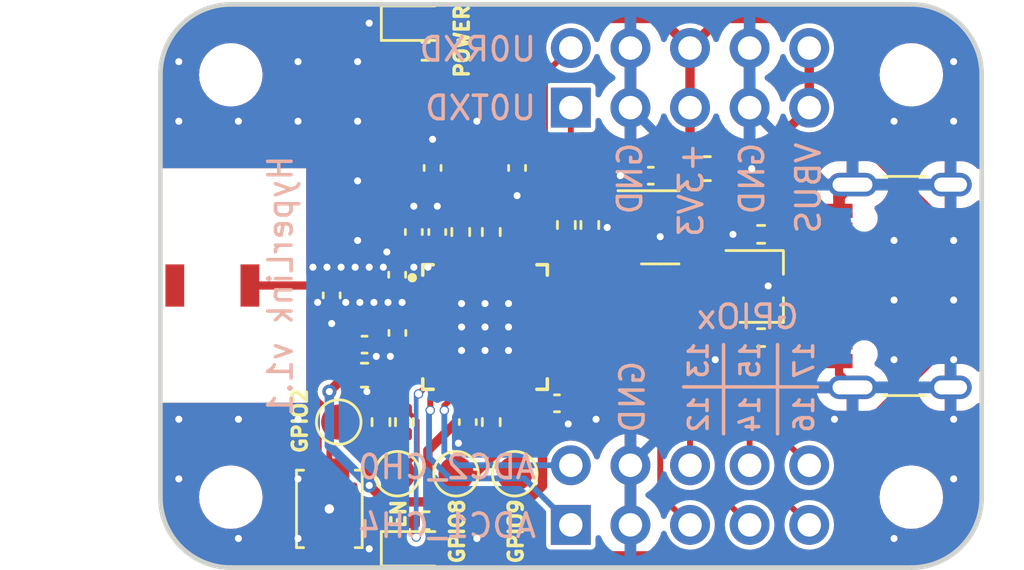
<source format=kicad_pcb>
(kicad_pcb (version 20221018) (generator pcbnew)
  (layers (0 "F.Cu" signal) (31 "B.Cu" signal) (34 "B.Paste" user) (35 "F.Paste" user) (36 "B.SilkS" user "B.Silkscreen") (37 "F.SilkS" user "F.Silkscreen") (38 "B.Mask" user) (39 "F.Mask" user) (44 "Edge.Cuts" user))
  (net 0 "")
  (net 1 "+3V3")
  (net 4 "VBUS")
  (net 5 "GND")
  (net 11 "/USB_D-")
  (net 12 "/USB_D+")
  (net 14 "/GPIO9")
  (net 15 "/GPIO2")
  (net 16 "/EN")
  (net 17 "/RF")
  (net 18 "/ANT")
  (net 19 "/GPIO8")
  (net 20 "/XTAL_P")
  (net 21 "/XTAL_N")
  (net 22 "/XTAL_P_RES")
  (net 23 "/VDD3P3")
  (net 24 "/U0RXD")
  (net 25 "/U0TXD")
  (net 26 "/GPIO12")
  (net 27 "/GPIO13")
  (net 28 "/GPIO14")
  (net 29 "/GPIO15")
  (net 30 "/GPIO16")
  (net 31 "/GPIO17")
  (net 32 "/ADC1_CH4")
  (net 33 "/ADC2_CH0")
  (net 34 "/U0TXD_RES")
  (net 35 "/CC1")
  (net 36 "/CC2")
  (net 38 "/LDO_EN")
  (net 39 "/STATUS_LED_RES")
  (net 40 "/POWER_LED_RES")
  (net 41 "/STATUS_LED")
  (footprint "Package_TO_SOT_SMD:SOT-23-5" (layer "F.Cu") (at 140.3 79.5)
    (fp_text reference "U3" hide)
    (fp_text value "MIC5504-3.3YM5" hide)
  )
  (footprint "Resistor_SMD:R_0402_1005Metric" (layer "F.Cu") (at 144.6 79.8 180)
    (fp_text reference "R7" hide)
    (fp_text value "5k1" hide)
  )
  (footprint "TestPoint:TestPoint_Pad_D1.5mm" (layer "F.Cu") (at 126.6 87.8)
    (fp_text reference "TP4" hide)
    (fp_text value "GPIO2" hide)
  )
  (footprint "MountingHole:MountingHole_2.2mm_M2" (layer "F.Cu") (at 122 73)
    (fp_text reference "H3" hide)
    (fp_text value "MountingHole" hide)
  )
  (footprint "Resistor_SMD:R_0402_1005Metric" (layer "F.Cu") (at 129.4 87.8 90)
    (fp_text reference "R4" hide)
    (fp_text value "10k" hide)
  )
  (footprint "Capacitor_SMD:C_0402_1005Metric" (layer "F.Cu") (at 135.9 87)
    (fp_text reference "C2" hide)
    (fp_text value "100n" hide)
  )
  (footprint "MountingHole:MountingHole_2.2mm_M2" (layer "F.Cu") (at 151 73)
    (fp_text reference "H2" hide)
    (fp_text value "MountingHole" hide)
  )
  (footprint "Resistor_SMD:R_0402_1005Metric" (layer "F.Cu") (at 144.6 84.2 180)
    (fp_text reference "R8" hide)
    (fp_text value "5k1" hide)
  )
  (footprint "Capacitor_SMD:C_0402_1005Metric" (layer "F.Cu") (at 130.6 76.970999 90)
    (fp_text reference "C5" hide)
    (fp_text value "10p" hide)
  )
  (footprint "Resistor_SMD:R_0402_1005Metric" (layer "F.Cu") (at 136.3 79.4 -90)
    (fp_text reference "R1" hide)
    (fp_text value "1k5" hide)
  )
  (footprint "Capacitor_SMD:C_0603_1608Metric" (layer "F.Cu") (at 142.3 77)
    (fp_text reference "C7" hide)
    (fp_text value "10u" hide)
  )
  (footprint "TestPoint:TestPoint_Pad_D1.5mm" (layer "F.Cu") (at 134.1 90)
    (fp_text reference "TP2" hide)
    (fp_text value "GPIO9" hide)
  )
  (footprint "Capacitor_SMD:C_0603_1608Metric" (layer "F.Cu") (at 127.7 85.8)
    (fp_text reference "C18" hide)
    (fp_text value "10u" hide)
  )
  (footprint "Connector_USB:USB_C_Receptacle_GCT_USB4105-xx-A_16P_TopMnt_Horizontal" (layer "F.Cu") (at 151.6 82 90)
    (fp_text reference "J1" hide)
    (fp_text value "USB_C_Receptacle_USB2.0" hide)
  )
  (footprint "Capacitor_SMD:C_0402_1005Metric" (layer "F.Cu") (at 126.3 82.4 -90)
    (fp_text reference "C14" hide)
    (fp_text value "4p" hide)
  )
  (footprint "Capacitor_SMD:C_0402_1005Metric" (layer "F.Cu") (at 130.8 79.7 90)
    (fp_text reference "C4" hide)
    (fp_text value "1u" hide)
  )
  (footprint "Capacitor_SMD:C_0402_1005Metric" (layer "F.Cu") (at 129.09 81.52 90)
    (fp_text reference "C1" hide)
    (fp_text value "4.7p" hide)
  )
  (footprint "Inductor_SMD:L_0402_1005Metric" (layer "F.Cu") (at 127.7 81.95)
    (fp_text reference "L1" hide)
    (fp_text value "1.8nH" hide)
  )
  (footprint "Capacitor_SMD:C_0402_1005Metric" (layer "F.Cu") (at 134.2 76.970999 -90)
    (fp_text reference "C6" hide)
    (fp_text value "10p" hide)
  )
  (footprint "Inductor_SMD:L_0402_1005Metric" (layer "F.Cu") (at 127.7 83.5)
    (fp_text reference "L2" hide)
    (fp_text value "2n" hide)
  )
  (footprint "TestPoint:TestPoint_Pad_D1.5mm" (layer "F.Cu") (at 131.6 90)
    (fp_text reference "TP3" hide)
    (fp_text value "GPIO8" hide)
  )
  (footprint "Resistor_SMD:R_0402_1005Metric" (layer "F.Cu") (at 137.3 79.4 90)
    (fp_text reference "R10" hide)
    (fp_text value "10k" hide)
  )
  (footprint "Capacitor_SMD:C_0402_1005Metric" (layer "F.Cu") (at 129.1 84 -90)
    (fp_text reference "C15" hide)
    (fp_text value "100n" hide)
  )
  (footprint "MountingHole:MountingHole_2.2mm_M2" (layer "F.Cu") (at 151 91)
    (fp_text reference "H1" hide)
    (fp_text value "MountingHole" hide)
  )
  (footprint "Connector_PinHeader_2.54mm:PinHeader_2x05_P2.54mm_Vertical" (layer "F.Cu") (at 136.49 92.18 90)
    (fp_text reference "J2" hide)
    (fp_text value "Conn_02x05_Odd_Even" hide)
  )
  (footprint "Connector_PinHeader_2.54mm:PinHeader_2x05_P2.54mm_Vertical" (layer "F.Cu") (at 136.49 74.4 90)
    (fp_text reference "J3" hide)
    (fp_text value "Conn_02x05_Odd_Even" hide)
  )
  (footprint "Capacitor_SMD:C_0402_1005Metric" (layer "F.Cu") (at 129.8 79.7 90)
    (fp_text reference "C3" hide)
    (fp_text value "10n" hide)
  )
  (footprint "Resistor_SMD:R_0402_1005Metric" (layer "F.Cu") (at 133.1 87.8 90)
    (fp_text reference "R2" hide)
    (fp_text value "10k" hide)
  )
  (footprint "Capacitor_SMD:C_0402_1005Metric" (layer "F.Cu") (at 139.9 77.3 180)
    (fp_text reference "C12" hide)
    (fp_text value "1u" hide)
  )
  (footprint "Resistor_SMD:R_0402_1005Metric" (layer "F.Cu") (at 128.4 87.8 90)
    (fp_text reference "R3" hide)
    (fp_text value "10k" hide)
  )
  (footprint "Resistor_SMD:R_0402_1005Metric" (layer "F.Cu") (at 131.8 79.7 -90)
    (fp_text reference "R6" hide)
    (fp_text value "0R" hide)
  )
  (footprint "Resistor_SMD:R_0402_1005Metric" (layer "F.Cu") (at 130.3 72)
    (fp_text reference "R12" hide)
    (fp_text value "1k" hide)
  )
  (footprint "encyclopedia_galactica:ABM11W-30.0000MHZ-7-D1X-T3" (layer "F.Cu") (at 132.400001 77.150999 180)
    (fp_text reference "Y1" hide)
    (fp_text value "ABM11W-40.0000MHZ-8-B1U-T3" hide)
  )
  (footprint "Capacitor_SMD:C_0402_1005Metric" (layer "F.Cu") (at 132.1 87.8 -90)
    (fp_text reference "C17" hide)
    (fp_text value "100n" hide)
  )
  (footprint "Resistor_SMD:R_0402_1005Metric" (layer "F.Cu") (at 130.3 92)
    (fp_text reference "R11" hide)
    (fp_text value "1k" hide)
  )
  (footprint "LED_SMD:LED_0603_1608Metric" (layer "F.Cu") (at 129.9 70.8)
    (fp_text reference "D2" hide)
    (fp_text value "LED" hide)
  )
  (footprint "MountingHole:MountingHole_2.2mm_M2" (layer "F.Cu") (at 122 91)
    (fp_text reference "H4" hide)
    (fp_text value "MountingHole" hide)
  )
  (footprint "Package_TO_SOT_SMD:TSOT-23" (layer "F.Cu") (at 144.6 82)
    (fp_text reference "U2" hide)
    (fp_text value "PESD2USB5UXT" hide)
  )
  (footprint "LED_SMD:LED_0603_1608Metric" (layer "F.Cu") (at 129.9 93.2)
    (fp_text reference "D1" hide)
    (fp_text value "LED" hide)
  )
  (footprint "encyclopedia_galactica:QFN32_5X5_EXP" (layer "F.Cu") (at 132.834851 83.7487)
    (fp_text reference "U1" hide)
    (fp_text value "ESP32-C3" hide)
  )
  (footprint "Capacitor_SMD:C_0402_1005Metric" (layer "F.Cu") (at 127.7 84.5)
    (fp_text reference "C16" hide)
    (fp_text value "100n" hide)
  )
  (footprint "TestPoint:TestPoint_Pad_D1.5mm" (layer "F.Cu") (at 129.1 90)
    (fp_text reference "TP1" hide)
    (fp_text value "EN" hide)
  )
  (footprint "Button_Switch_SMD:SW_SPST_B3U-1000P" (layer "F.Cu") (at 126.2 91.5 90)
    (fp_text reference "SW1" hide)
    (fp_text value "SW_Push" hide)
  )
  (footprint "encyclopedia_galactica:2108838-1" (layer "F.Cu") (at 118.715 81.98)
    (fp_text reference "AE1" hide)
    (fp_text value "2108838-1" hide)
  )
  (footprint "Resistor_SMD:R_0402_1005Metric" (layer "F.Cu") (at 133.1 79.7 -90)
    (fp_text reference "R5" hide)
    (fp_text value "500R" hide)
  )
  (gr_line (start 143 84.5) (end 143 88.3) (stroke (width 0.15)) (layer "B.SilkS"))
  (gr_line (start 145.3 84.5) (end 145.3 88.3) (stroke (width 0.15)) (layer "B.SilkS"))
  (gr_line (start 141.3 86.3) (end 147 86.3) (stroke (width 0.15)) (layer "B.SilkS"))
  (gr_line locked (start 122.000001 94) (end 151 94) (stroke (width 0.2)) (layer "Edge.Cuts"))
  (gr_arc locked (start 154.000002 91.000001) (mid 153.121322 93.121321) (end 151.000002 94.000001) (stroke (width 0.2)) (layer "Edge.Cuts"))
  (gr_line locked (start 119.000001 72.999999) (end 119 91) (stroke (width 0.2)) (layer "Edge.Cuts"))
  (gr_arc locked (start 151.000002 69.999999) (mid 153.121321 70.878679) (end 154.000002 72.999999) (stroke (width 0.2)) (layer "Edge.Cuts"))
  (gr_arc locked (start 122 94.000001) (mid 119.878673 93.121322) (end 119 91.000001) (stroke (width 0.2)) (layer "Edge.Cuts"))
  (gr_line locked (start 154.000003 73) (end 154.000002 91.000001) (stroke (width 0.2)) (layer "Edge.Cuts"))
  (gr_arc locked (start 119.000001 73) (mid 119.878674 70.878667) (end 122.000001 70) (stroke (width 0.2)) (layer "Edge.Cuts"))
  (gr_line locked (start 122.000001 70) (end 151 70) (stroke (width 0.2)) (layer "Edge.Cuts"))
  (gr_text "ADC1_CH4" (at 135.1 92.8) (layer "B.SilkS") (effects (font (size 1 1)) (justify left bottom mirror)))
  (gr_text "GND" (at 139.6 75.8 90) (layer "B.SilkS") (effects (font (size 1 1)) (justify left bottom mirror)))
  (gr_text "12" (at 142.4 86.6 90) (layer "B.SilkS") (effects (font (size 0.8 0.8)) (justify left bottom mirror)))
  (gr_text "GPIOx" (at 146.3 83.9) (layer "B.SilkS") (effects (font (size 1 1)) (justify left bottom mirror)))
  (gr_text "HyperLink v1.1" (at 124.7 76.35 90) (layer "B.SilkS") (effects (font (size 1 1)) (justify left bottom mirror)))
  (gr_text "17" (at 146.9 84.3 90) (layer "B.SilkS") (effects (font (size 0.8 0.8)) (justify left bottom mirror)))
  (gr_text "15" (at 144.6 84.3 90) (layer "B.SilkS") (effects (font (size 0.8 0.8)) (justify left bottom mirror)))
  (gr_text "13" (at 142.4 84.3 90) (layer "B.SilkS") (effects (font (size 0.8 0.8)) (justify left bottom mirror)))
  (gr_text "U0TXD" (at 135.1 75) (layer "B.SilkS") (effects (font (size 1 1)) (justify left bottom mirror)))
  (gr_text "16" (at 146.9 86.6 90) (layer "B.SilkS") (effects (font (size 0.8 0.8)) (justify left bottom mirror)))
  (gr_text "VBUS" (at 147.2 75.8 90) (layer "B.SilkS") (effects (font (size 1 1)) (justify left bottom mirror)))
  (gr_text "+3V3" (at 142.2 75.8 90) (layer "B.SilkS") (effects (font (size 1 1)) (justify left bottom mirror)))
  (gr_text "ADC2_CH0" (at 135.1 90.3) (layer "B.SilkS") (effects (font (size 1 1)) (justify left bottom mirror)))
  (gr_text "U0RXD" (at 135.1 72.5) (layer "B.SilkS") (effects (font (size 1 1)) (justify left bottom mirror)))
  (gr_text "GND" (at 139.7 85.1 90) (layer "B.SilkS") (effects (font (size 1 1)) (justify left bottom mirror)))
  (gr_text "14" (at 144.6 86.6 90) (layer "B.SilkS") (effects (font (size 0.8 0.8)) (justify left bottom mirror)))
  (gr_text "GND" (at 144.8 75.8 90) (layer "B.SilkS") (effects (font (size 1 1)) (justify left bottom mirror)))
  (gr_text "GPIO9" (at 134.5 93.9 90) (layer "F.SilkS") (effects (font (size 0.6 0.6)) (justify left bottom)))
  (gr_text "GPIO2" (at 125.3 89.2 90) (layer "F.SilkS") (effects (font (size 0.6 0.6)) (justify left bottom)))
  (gr_text "POWER" (at 132.2 73.2 90) (layer "F.SilkS") (effects (font (size 0.6 0.6)) (justify left bottom)))
  (gr_text "GPIO8" (at 132 93.9 90) (layer "F.SilkS") (effects (font (size 0.6 0.6)) (justify left bottom)))
  (gr_text "EN" (at 129.5 92.4 90) (layer "F.SilkS") (effects (font (size 0.6 0.6)) (justify left bottom)))
  (segment (start 132.11 87.32) (end 132.1 87.32) (width 0.4) (layer "F.Cu") (net 1))
  (segment (start 142.83 70.6) (end 147.325 70.6) (width 0.4) (layer "F.Cu") (net 1))
  (segment (start 131.584851 80.964851) (end 131.084852 80.464852) (width 0.25) (layer "F.Cu") (net 1))
  (segment (start 133.183367 70.6) (end 140.31 70.6) (width 0.4) (layer "F.Cu") (net 1))
  (segment (start 128.963 74.820368) (end 130.591684 73.191684) (width 0.4) (layer "F.Cu") (net 1))
  (segment (start 135.283551 90.516449) (end 133.878 91.922) (width 0.4) (layer "F.Cu") (net 1))
  (segment (start 130.591684 73.191684) (end 133.183367 70.6) (width 0.4) (layer "F.Cu") (net 1))
  (segment (start 129.8 80.18) (end 129.528529 80.18) (width 0.4) (layer "F.Cu") (net 1))
  (segment (start 126.9 85.8) (end 126.925 85.8) (width 0.4) (layer "F.Cu") (net 1))
  (segment (start 128.963 79.614471) (end 128.963 74.820368) (width 0.4) (layer "F.Cu") (net 1))
  (segment (start 130.4 89.009562) (end 130.4 91.2) (width 0.4) (layer "F.Cu") (net 1))
  (segment (start 126.2 86.5) (end 126.9 85.8) (width 0.4) (layer "F.Cu") (net 1))
  (segment (start 127.22 84.5) (end 127.22 85.505) (width 0.4) (layer "F.Cu") (net 1))
  (segment (start 141.4375 78.55) (end 141.57 78.4175) (width 0.4) (layer "F.Cu") (net 1))
  (segment (start 129.79 72.39) (end 130.591684 73.191684) (width 0.4) (layer "F.Cu") (net 1))
  (segment (start 141.025 76.5) (end 141.525 77) (width 0.4) (layer "F.Cu") (net 1))
  (segment (start 131.584851 81.3) (end 131.584851 80.964851) (width 0.25) (layer "F.Cu") (net 1))
  (segment (start 127.22 85.505) (end 126.925 85.8) (width 0.4) (layer "F.Cu") (net 1))
  (segment (start 147.325 70.6) (end 148.2 71.475) (width 0.4) (layer "F.Cu") (net 1))
  (segment (start 140.31 70.6) (end 141.57 71.86) (width 0.4) (layer "F.Cu") (net 1))
  (segment (start 148.2 92.5) (end 147.2 93.5) (width 0.4) (layer "F.Cu") (net 1))
  (segment (start 135.283551 85.498699) (end 135.283551 90.516449) (width 0.4) (layer "F.Cu") (net 1))
  (segment (start 148.2 71.475) (end 148.2 75.2) (width 0.4) (layer "F.Cu") (net 1))
  (segment (start 131.084852 80.464852) (end 130.8 80.18) (width 0.25) (layer "F.Cu") (net 1))
  (segment (start 127.9 90.5) (end 127.9 88.81) (width 0.4) (layer "F.Cu") (net 1))
  (segment (start 147.2 93.5) (end 135.456 93.5) (width 0.4) (layer "F.Cu") (net 1))
  (segment (start 127.9 90.5) (end 128.6 91.2) (width 0.4) (layer "F.Cu") (net 1))
  (segment (start 141.57 78.4175) (end 141.57 74.4) (width 0.4) (layer "F.Cu") (net 1))
  (segment (start 132.08485 86.1974) (end 132.08485 87.30485) (width 0.25) (layer "F.Cu") (net 1))
  (segment (start 133.878 91.922) (end 133.156 91.2) (width 0.4) (layer "F.Cu") (net 1))
  (segment (start 141.57 71.86) (end 142.83 70.6) (width 0.4) (layer "F.Cu") (net 1))
  (segment (start 151.7 78.7) (end 151.7 85.3) (width 0.4) (layer "F.Cu") (net 1))
  (segment (start 151.7 85.3) (end 148.2 88.8) (width 0.4) (layer "F.Cu") (net 1))
  (segment (start 141.57 74.4) (end 141.57 71.86) (width 0.4) (layer "F.Cu") (net 1))
  (segment (start 128.6 91.2) (end 130.4 91.2) (width 0.4) (layer "F.Cu") (net 1))
  (segment (start 131.084852 81.3) (end 131.084852 80.464852) (width 0.25) (layer "F.Cu") (net 1))
  (segment (start 129.528529 80.18) (end 128.963 79.614471) (width 0.4) (layer "F.Cu") (net 1))
  (segment (start 133.156 91.2) (end 130.4 91.2) (width 0.4) (layer "F.Cu") (net 1))
  (segment (start 130.8 80.18) (end 129.8 80.18) (width 0.4) (layer "F.Cu") (net 1))
  (segment (start 129.4 88.31) (end 128.4 88.31) (width 0.4) (layer "F.Cu") (net 1))
  (segment (start 138.513288 76.5) (end 141.025 76.5) (width 0.4) (layer "F.Cu") (net 1))
  (segment (start 136.3 78.713288) (end 138.513288 76.5) (width 0.4) (layer "F.Cu") (net 1))
  (segment (start 127.215 84.495) (end 127.22 84.5) (width 0.4) (layer "F.Cu") (net 1))
  (segment (start 133.1 88.31) (end 132.11 87.32) (width 0.4) (layer "F.Cu") (net 1))
  (segment (start 132.08485 87.30485) (end 132.1 87.32) (width 0.25) (layer "F.Cu") (net 1))
  (segment (start 132.1 87.32) (end 132.089562 87.32) (width 0.4) (layer "F.Cu") (net 1))
  (segment (start 136.3 78.89) (end 136.3 78.713288) (width 0.4) (layer "F.Cu") (net 1))
  (segment (start 135.456 93.5) (end 133.878 91.922) (width 0.4) (layer "F.Cu") (net 1))
  (segment (start 127.9 88.81) (end 128.4 88.31) (width 0.4) (layer "F.Cu") (net 1))
  (segment (start 148.2 75.2) (end 151.7 78.7) (width 0.4) (layer "F.Cu") (net 1))
  (segment (start 148.2 88.8) (end 148.2 92.5) (width 0.4) (layer "F.Cu") (net 1))
  (segment (start 127.215 83.5) (end 127.215 84.495) (width 0.4) (layer "F.Cu") (net 1))
  (segment (start 132.089562 87.32) (end 130.4 89.009562) (width 0.4) (layer "F.Cu") (net 1))
  (segment (start 129.79 72) (end 129.79 72.39) (width 0.4) (layer "F.Cu") (net 1))
  (via (at 126.2 86.5) (size 0.6) (drill 0.3) (layers "F.Cu" "B.Cu") (net 1))
  (via (at 127.9 90.5) (size 0.6) (drill 0.3) (layers "F.Cu" "B.Cu") (net 1))
  (segment (start 127.9 90.5) (end 126.2 88.8) (width 0.4) (layer "B.Cu") (net 1))
  (segment (start 126.2 88.8) (end 126.2 86.5) (width 0.4) (layer "B.Cu") (net 1))
  (segment (start 147.92 84.4) (end 148.42434 84.4) (width 0.35) (layer "F.Cu") (net 4))
  (segment (start 149.597 80.77266) (end 148.42434 79.6) (width 0.35) (layer "F.Cu") (net 4))
  (segment (start 148.42434 84.4) (end 149.597 83.22734) (width 0.35) (layer "F.Cu") (net 4))
  (segment (start 145.452 75.598) (end 145.452 79.152) (width 0.4) (layer "F.Cu") (net 4))
  (segment (start 145.9 79.6) (end 145.452 79.152) (width 0.35) (layer "F.Cu") (net 4))
  (segment (start 140.132112 78.55) (end 139.1625 78.55) (width 0.35) (layer "F.Cu") (net 4))
  (segment (start 147.92 79.6) (end 145.9 79.6) (width 0.35) (layer "F.Cu") (net 4))
  (segment (start 149.597 83.22734) (end 149.597 80.77266) (width 0.35) (layer "F.Cu") (net 4))
  (segment (start 148.42434 79.6) (end 147.92 79.6) (width 0.35) (layer "F.Cu") (net 4))
  (segment (start 137.64 78.55) (end 139.1625 78.55) (width 0.25) (layer "F.Cu") (net 4))
  (segment (start 146.65 74.4) (end 146.65 71.86) (width 0.4) (layer "F.Cu") (net 4))
  (segment (start 137.3 78.89) (end 137.64 78.55) (width 0.25) (layer "F.Cu") (net 4))
  (segment (start 145.452 79.152) (end 140.734112 79.152) (width 0.35) (layer "F.Cu") (net 4))
  (segment (start 140.734112 79.152) (end 140.132112 78.55) (width 0.35) (layer "F.Cu") (net 4))
  (segment (start 140.38 77.3) (end 140.38 78.302112) (width 0.35) (layer "F.Cu") (net 4))
  (segment (start 140.38 78.302112) (end 140.132112 78.55) (width 0.35) (layer "F.Cu") (net 4))
  (segment (start 146.65 74.4) (end 145.452 75.598) (width 0.4) (layer "F.Cu") (net 4))
  (segment (start 147.92 78.8) (end 147.92 78.255) (width 0.4) (layer "F.Cu") (net 5))
  (segment (start 144.9 82) (end 145.91 82) (width 0.25) (layer "F.Cu") (net 5))
  (segment (start 147.92 85.745) (end 148.495 86.32) (width 0.35) (layer "F.Cu") (net 5))
  (segment (start 147.92 85.2) (end 147.92 85.745) (width 0.35) (layer "F.Cu") (net 5))
  (segment (start 128.65 80.55) (end 129.09 80.99) (width 0.4) (layer "F.Cu") (net 5))
  (segment (start 144.09 84.2) (end 145.09 85.2) (width 0.25) (layer "F.Cu") (net 5))
  (segment (start 139.42 77.3) (end 138.6 77.3) (width 0.4) (layer "F.Cu") (net 5))
  (segment (start 129.09 80.99) (end 129.09 81.04) (width 0.4) (layer "F.Cu") (net 5))
  (segment (start 128.799503 84.780497) (end 129.1 84.48) (width 0.25) (layer "F.Cu") (net 5))
  (segment (start 136.38 87) (end 136.38 87.88) (width 0.25) (layer "F.Cu") (net 5))
  (segment (start 131.7 88.7) (end 132.1 88.3) (width 0.4) (layer "F.Cu") (net 5))
  (segment (start 131.590001 76.490999) (end 131.763001 76.663999) (width 0.2) (layer "F.Cu") (net 5))
  (segment (start 130.6 75.750999) (end 130.6 76.490999) (width 0.25) (layer "F.Cu") (net 5))
  (segment (start 130.6 76.490999) (end 131.590001 76.490999) (width 0.2) (layer "F.Cu") (net 5))
  (segment (start 128.2 84.52) (end 128.18 84.5) (width 0.25) (layer "F.Cu") (net 5))
  (segment (start 126.2 93.2) (end 126.2 91.5) (width 0.4) (layer "F.Cu") (net 5))
  (segment (start 143.4 79.8) (end 144.09 79.8) (width 0.4) (layer "F.Cu") (net 5))
  (segment (start 128.2 85) (end 128.2 84.52) (width 0.25) (layer "F.Cu") (net 5))
  (segment (start 138.046557 79.5) (end 139.1625 79.5) (width 0.4) (layer "F.Cu") (net 5))
  (segment (start 134.2 78.150999) (end 134.2 77.450999) (width 0.25) (layer "F.Cu") (net 5))
  (segment (start 133.224001 77.450999) (end 133.037001 77.637999) (width 0.2) (layer "F.Cu") (net 5))
  (segment (start 139.9 79.5) (end 139.1625 79.5) (width 0.4) (layer "F.Cu") (net 5))
  (segment (start 145.09 85.2) (end 147.92 85.2) (width 0.25) (layer "F.Cu") (net 5))
  (segment (start 128.475 85.825) (end 128.475 85.8) (width 0.4) (layer "F.Cu") (net 5))
  (segment (start 129.8 78.6) (end 129.8 79.22) (width 0.25) (layer "F.Cu") (net 5))
  (segment (start 144.2 77) (end 143.075 77) (width 0.4) (layer "F.Cu") (net 5))
  (segment (start 140.3 79.9) (end 139.9 79.5) (width 0.4) (layer "F.Cu") (net 5))
  (segment (start 129.1125 93.2) (end 128 93.2) (width 0.25) (layer "F.Cu") (net 5))
  (segment (start 126.3 82.88) (end 126.3 83.6) (width 0.4) (layer "F.Cu") (net 5))
  (segment (start 127.8 86.5) (end 128.475 85.825) (width 0.4) (layer "F.Cu") (net 5))
  (segment (start 147.92 78.255) (end 148.495 77.68) (width 0.4) (layer "F.Cu") (net 5))
  (segment (start 134.2 77.450999) (end 133.224001 77.450999) (width 0.2) (layer "F.Cu") (net 5))
  (segment (start 129.1125 70.8) (end 128 70.8) (width 0.25) (layer "F.Cu") (net 5))
  (segment (start 130.8 78.6) (end 130.8 79.22) (width 0.25) (layer "F.Cu") (net 5))
  (segment (start 138.040639 79.505918) (end 138.046557 79.5) (width 0.4) (layer "F.Cu") (net 5))
  (segment (start 132.1 88.3) (end 132.1 88.28) (width 0.4) (layer "F.Cu") (net 5))
  (segment (start 128.799503 85) (end 128.799503 84.780497) (width 0.25) (layer "F.Cu") (net 5))
  (via (at 150.265 85.139999) (size 0.4) (drill 0.3) (layers "F.Cu" "B.Cu") (net 5))
  (via (at 152.805 72.439999) (size 0.4) (drill 0.3) (layers "F.Cu" "B.Cu") (net 5))
  (via (at 130.4 81.2) (size 0.4) (drill 0.3) (layers "F.Cu" "B.Cu") (net 5))
  (via (at 128.65 80.55) (size 0.4) (drill 0.3) (layers "F.Cu" "B.Cu") (net 5))
  (via (at 126.9 82.7) (size 0.4) (drill 0.3) (layers "F.Cu" "B.Cu") (net 5))
  (via (at 150.265 74.979999) (size 0.4) (drill 0.3) (layers "F.Cu" "B.Cu") (net 5))
  (via (at 137.565 87.679999) (size 0.4) (drill 0.3) (layers "F.Cu" "B.Cu") (net 5))
  (via (at 124.865 74.979999) (size 0.4) (drill 0.3) (layers "F.Cu" "B.Cu") (net 5))
  (via (at 119.785 72.439999) (size 0.4) (drill 0.3) (layers "F.Cu" "B.Cu") (net 5))
  (via (at 138.6 77.3) (size 0.6) (drill 0.3) (layers "F.Cu" "B.Cu") (net 5))
  (via (at 119.785 90.219999) (size 0.4) (drill 0.3) (layers "F.Cu" "B.Cu") (net 5))
  (via (at 129.8 81.2) (size 0.4) (drill 0.3) (layers "F.Cu" "B.Cu") (net 5))
  (via (at 127.9 93.2) (size 0.6) (drill 0.3) (layers "F.Cu" "B.Cu") (net 5))
  (via (at 128.1 82.7) (size 0.4) (drill 0.3) (layers "F.Cu" "B.Cu") (net 5))
  (via (at 152.805 82.599999) (size 0.4) (drill 0.3) (layers "F.Cu" "B.Cu") (net 5))
  (via (at 119.785 74.979999) (size 0.4) (drill 0.3) (layers "F.Cu" "B.Cu") (net 5))
  (via (at 133.834851 84.7487) (size 0.4) (drill 0.3) (layers "F.Cu" "B.Cu") (net 5))
  (via (at 122.325 87.679999) (size 0.4) (drill 0.3) (layers "F.Cu" "B.Cu") (net 5))
  (via (at 126.7 81.2) (size 0.4) (drill 0.3) (layers "F.Cu" "B.Cu") (net 5))
  (via (at 134.2 78.150999) (size 0.4) (drill 0.3) (layers "F.Cu" "B.Cu") (net 5))
  (via (at 132.834851 83.7487) (size 0.4) (drill 0.3) (layers "F.Cu" "B.Cu") (net 5))
  (via (at 152.805 87.679999) (size 0.4) (drill 0.3) (layers "F.Cu" "B.Cu") (net 5))
  (via (at 131.834851 84.7487) (size 0.4) (drill 0.3) (layers "F.Cu" "B.Cu") (net 5))
  (via (at 127.5 82.7) (size 0.4) (drill 0.3) (layers "F.Cu" "B.Cu") (net 5))
  (via (at 132.485 74.979999) (size 0.4) (drill 0.3) (layers "F.Cu" "B.Cu") (net 5))
  (via (at 136.38 87.88) (size 0.6) (drill 0.3) (layers "F.Cu" "B.Cu") (net 5))
  (via (at 144.2 77) (size 0.6) (drill 0.3) (layers "F.Cu" "B.Cu") (net 5))
  (via (at 147.725 87.679999) (size 0.4) (drill 0.3) (layers "F.Cu" "B.Cu") (net 5))
  (via (at 127.405 72.439999) (size 0.4) (drill 0.3) (layers "F.Cu" "B.Cu") (net 5))
  (via (at 138.040639 79.505918) (size 0.6) (drill 0.3) (layers "F.Cu" "B.Cu") (net 5))
  (via (at 131.834851 83.7487) (size 0.4) (drill 0.3) (layers "F.Cu" "B.Cu") (net 5))
  (via (at 132.834851 82.7487) (size 0.4) (drill 0.3) (layers "F.Cu" "B.Cu") (net 5))
  (via (at 150.265 92.759999) (size 0.4) (drill 0.3) (layers "F.Cu" "B.Cu") (net 5))
  (via (at 130.6 75.750999) (size 0.4) (drill 0.3) (layers "F.Cu" "B.Cu") (net 5))
  (via (at 126.2 91.5) (size 0.9) (drill 0.4) (layers "F.Cu" "B.Cu") (net 5))
  (via (at 152.805 74.979999) (size 0.4) (drill 0.3) (layers "F.Cu" "B.Cu") (net 5))
  (via (at 152.805 85.139999) (size 0.4) (drill 0.3) (layers "F.Cu" "B.Cu") (net 5))
  (via (at 128.799503 85) (size 0.4) (drill 0.3) (layers "F.Cu" "B.Cu") (net 5))
  (via (at 144.9 82) (size 0.6) (drill 0.3) (layers "F.Cu" "B.Cu") (net 5))
  (via (at 143.4 79.8) (size 0.6) (drill 0.3) (layers "F.Cu" "B.Cu") (net 5))
  (via (at 124.865 92.759999) (size 0.4) (drill 0.3) (layers "F.Cu" "B.Cu") (net 5))
  (via (at 150.265 82.599999) (size 0.4) (drill 0.3) (layers "F.Cu" "B.Cu") (net 5))
  (via (at 133.834851 83.7487) (size 0.4) (drill 0.3) (layers "F.Cu" "B.Cu") (net 5))
  (via (at 131.834851 82.7487) (size 0.4) (drill 0.3) (layers "F.Cu" "B.Cu") (net 5))
  (via (at 127.3 81.2) (size 0.4) (drill 0.3) (layers "F.Cu" "B.Cu") (net 5))
  (via (at 127.405 77.519999) (size 0.4) (drill 0.3) (layers "F.Cu" "B.Cu") (net 5))
  (via (at 128.7 82.7) (size 0.4) (drill 0.3) (layers "F.Cu" "B.Cu") (net 5))
  (via (at 142.645 85.139999) (size 0.4) (drill 0.3) (layers "F.Cu" "B.Cu") (net 5))
  (via (at 132.485 92.759999) (size 0.4) (drill 0.3) (layers "F.Cu" "B.Cu") (net 5))
  (via (at 129.8 78.6) (size 0.4) (drill 0.3) (layers "F.Cu" "B.Cu") (net 5))
  (via (at 132.834851 84.7487) (size 0.4) (drill 0.3) (layers "F.Cu" "B.Cu") (net 5))
  (via (at 126.3 83.6) (size 0.4) (drill 0.3) (layers "F.Cu" "B.Cu") (net 5))
  (via (at 130.8 78.6) (size 0.4) (drill 0.3) (layers "F.Cu" "B.Cu") (net 5))
  (via (at 125.7 82.7) (size 0.4) (drill 0.3) (layers "F.Cu" "B.Cu") (net 5))
  (via (at 124.865 72.439999) (size 0.4) (drill 0.3) (layers "F.Cu" "B.Cu") (net 5))
  (via (at 152.805 80.059999) (size 0.4) (drill 0.3) (layers "F.Cu" "B.Cu") (net 5))
  (via (at 140.3 79.9) (size 0.6) (drill 0.3) (layers "F.Cu" "B.Cu") (net 5))
  (via (at 122.325 74.979999) (size 0.4) (drill 0.3) (layers "F.Cu" "B.Cu") (net 5))
  (via (at 128.2 85) (size 0.4) (drill 0.3) (layers "F.Cu" "B.Cu") (net 5))
  (via (at 129.3 82.7) (size 0.4) (drill 0.3) (layers "F.Cu" "B.Cu") (net 5))
  (via (at 126.099503 81.2) (size 0.4) (drill 0.3) (layers "F.Cu" "B.Cu") (net 5))
  (via (at 127.405 74.979999) (size 0.4) (drill 0.3) (layers "F.Cu" "B.Cu") (net 5))
  (via (at 133.834851 82.7487) (size 0.4) (drill 0.3) (layers "F.Cu" "B.Cu") (net 5))
  (via (at 124.865 90.219999) (size 0.4) (drill 0.3) (layers "F.Cu" "B.Cu") (net 5))
  (via (at 150.265 80.059999) (size 0.4) (drill 0.3) (layers "F.Cu" "B.Cu") (net 5))
  (via (at 124.865 87.679999) (size 0.4) (drill 0.3) (layers "F.Cu" "B.Cu") (net 5))
  (via (at 125.5 81.2) (size 0.4) (drill 0.3) (layers "F.Cu" "B.Cu") (net 5))
  (via (at 131.7 88.7) (size 0.4) (drill 0.3) (layers "F.Cu" "B.Cu") (net 5))
  (via (at 152.805 90.219999) (size 0.4) (drill 0.3) (layers "F.Cu" "B.Cu") (net 5))
  (via (at 127.405 80.059999) (size 0.4) (drill 0.3) (layers "F.Cu" "B.Cu") (net 5))
  (via (at 127.9 81.2) (size 0.4) (drill 0.3) (layers "F.Cu" "B.Cu") (net 5))
  (via (at 119.785 87.679999) (size 0.4) (drill 0.3) (layers "F.Cu" "B.Cu") (net 5))
  (via (at 128.5 81.2) (size 0.4) (drill 0.3) (layers "F.Cu" "B.Cu") (net 5))
  (via (at 127.8 86.5) (size 0.6) (drill 0.3) (layers "F.Cu" "B.Cu") (net 5))
  (via (at 122.325 92.759999) (size 0.4) (drill 0.3) (layers "F.Cu" "B.Cu") (net 5))
  (via (at 127.9 70.8) (size 0.6) (drill 0.3) (layers "F.Cu" "B.Cu") (net 5))
  (segment (start 139.03 92.18) (end 139.03 89.64) (width 0.4) (layer "B.Cu") (net 5))
  (segment (start 142.35 86.32) (end 148.495 86.32) (width 0.4) (layer "B.Cu") (net 5))
  (segment (start 139.03 89.64) (end 142.35 86.32) (width 0.4) (layer "B.Cu") (net 5))
  (segment (start 147.39 77.68) (end 148.495 77.68) (width 0.4) (layer "B.Cu") (net 5))
  (segment (start 144.11 71.86) (end 144.11 74.4) (width 0.4) (layer "B.Cu") (net 5))
  (segment (start 139.03 74.4) (end 142.31 77.68) (width 0.4) (layer "B.Cu") (net 5))
  (segment (start 139.03 71.86) (end 139.03 74.4) (width 0.4) (layer "B.Cu") (net 5))
  (segment (start 144.11 74.4) (end 147.39 77.68) (width 0.4) (layer "B.Cu") (net 5))
  (segment (start 151 84.099999) (end 150.9 83.999999) (width 0.4) (layer "B.Cu") (net 5))
  (segment (start 142.31 77.68) (end 148.495 77.68) (width 0.4) (layer "B.Cu") (net 5))
  (segment (start 148.55 81.75) (end 147.92 81.75) (width 0.25) (layer "F.Cu") (net 11))
  (segment (start 134.58485 81.01515) (end 134.723 80.877) (width 0.25) (layer "F.Cu") (net 11))
  (segment (start 138.523684 82.2) (end 144.3 82.2) (width 0.25) (layer "F.Cu") (net 11))
  (segment (start 148.8 82.5) (end 148.8 82) (width 0.25) (layer "F.Cu") (net 11))
  (segment (start 144.85 82.75) (end 147.92 82.75) (width 0.25) (layer "F.Cu") (net 11))
  (segment (start 148.8 82) (end 148.55 81.75) (width 0.25) (layer "F.Cu") (net 11))
  (segment (start 147.92 82.75) (end 148.55 82.75) (width 0.25) (layer "F.Cu") (net 11))
  (segment (start 137.200684 80.877) (end 138.523684 82.2) (width 0.25) (layer "F.Cu") (net 11))
  (segment (start 144.3 82.2) (end 144.85 82.75) (width 0.25) (layer "F.Cu") (net 11))
  (segment (start 134.58485 81.3) (end 134.58485 81.01515) (width 0.25) (layer "F.Cu") (net 11))
  (segment (start 148.55 82.75) (end 148.8 82.5) (width 0.25) (layer "F.Cu") (net 11))
  (segment (start 134.723 80.877) (end 137.200684 80.877) (width 0.25) (layer "F.Cu") (net 11))
  (segment (start 143.29 82.21) (end 143.29 82.95) (width 0.25) (layer "F.Cu") (net 11))
  (segment (start 147.245 82.25) (end 147.92 82.25) (width 0.25) (layer "F.Cu") (net 12))
  (segment (start 138.656842 81.8) (end 144.3 81.8) (width 0.25) (layer "F.Cu") (net 12))
  (segment (start 143.29 81.79) (end 143.29 81.05) (width 0.25) (layer "F.Cu") (net 12))
  (segment (start 147 82.005) (end 147.245 82.25) (width 0.25) (layer "F.Cu") (net 12))
  (segment (start 137.356842 80.5) (end 138.656842 81.8) (width 0.25) (layer "F.Cu") (net 12))
  (segment (start 144.3 81.8) (end 144.85 81.25) (width 0.25) (layer "F.Cu") (net 12))
  (segment (start 134.084851 80.915149) (end 134.084851 81.3) (width 0.25) (layer "F.Cu") (net 12))
  (segment (start 136.3 80.5) (end 137.356842 80.5) (width 0.25) (layer "F.Cu") (net 12))
  (segment (start 144.85 81.25) (end 147.92 81.25) (width 0.25) (layer "F.Cu") (net 12))
  (segment (start 134.5 80.5) (end 134.084851 80.915149) (width 0.25) (layer "F.Cu") (net 12))
  (segment (start 147.191 81.25) (end 147 81.441) (width 0.25) (layer "F.Cu") (net 12))
  (segment (start 136.3 79.91) (end 136.3 80.5) (width 0.25) (layer "F.Cu") (net 12))
  (segment (start 147 81.441) (end 147 82.005) (width 0.25) (layer "F.Cu") (net 12))
  (segment (start 147.92 81.25) (end 147.191 81.25) (width 0.25) (layer "F.Cu") (net 12))
  (segment (start 136.3 80.5) (end 134.5 80.5) (width 0.25) (layer "F.Cu") (net 12))
  (segment (start 134.084851 86.1974) (end 134.084851 87.351692) (width 0.25) (layer "F.Cu") (net 14))
  (segment (start 134.177 87.443841) (end 134.177 89.923) (width 0.25) (layer "F.Cu") (net 14))
  (segment (start 134.177 89.923) (end 134.1 90) (width 0.25) (layer "F.Cu") (net 14))
  (segment (start 134.084851 87.351692) (end 134.177 87.443841) (width 0.25) (layer "F.Cu") (net 14))
  (segment (start 129.151464 85.362239) (end 129.152 85.362775) (width 0.2) (layer "F.Cu") (net 15))
  (segment (start 130.386151 84.498701) (end 130.015002 84.498701) (width 0.2) (layer "F.Cu") (net 15))
  (segment (start 126.2 88.2) (end 126.6 87.8) (width 0.25) (layer "F.Cu") (net 15))
  (segment (start 127.11 87.29) (end 126.6 87.8) (width 0.25) (layer "F.Cu") (net 15))
  (segment (start 129.152 85.362775) (end 129.152 86.538) (width 0.2) (layer "F.Cu") (net 15))
  (segment (start 130.015002 84.498701) (end 129.151464 85.362239) (width 0.2) (layer "F.Cu") (net 15))
  (segment (start 128.4 87.29) (end 127.11 87.29) (width 0.25) (layer "F.Cu") (net 15))
  (segment (start 129.152 86.538) (end 128.4 87.29) (width 0.2) (layer "F.Cu") (net 15))
  (segment (start 126.2 89.8) (end 126.2 88.2) (width 0.25) (layer "F.Cu") (net 15))
  (segment (start 129.947 89.153) (end 129.1 90) (width 0.2) (layer "F.Cu") (net 16))
  (segment (start 129.947 87.747) (end 129.947 89.153) (width 0.2) (layer "F.Cu") (net 16))
  (segment (start 129.977451 84.9987) (end 130.386151 84.9987) (width 0.2) (layer "F.Cu") (net 16))
  (segment (start 129.65 87.45) (end 129.947 87.747) (width 0.2) (layer "F.Cu") (net 16))
  (segment (start 129.479 87.211) (end 129.479 85.497151) (width 0.2) (layer "F.Cu") (net 16))
  (segment (start 129.4 87.29) (end 129.479 87.211) (width 0.2) (layer "F.Cu") (net 16))
  (segment (start 129.479 85.497151) (end 129.977451 84.9987) (width 0.2) (layer "F.Cu") (net 16))
  (segment (start 127.185 81.98) (end 122.815 81.98) (width 0.35) (layer "F.Cu") (net 17))
  (segment (start 127.215 81.95) (end 127.185 81.98) (width 0.35) (layer "F.Cu") (net 17))
  (segment (start 128.2317 81.9967) (end 130.386151 81.9967) (width 0.35) (layer "F.Cu") (net 18))
  (segment (start 128.185 81.95) (end 128.2317 81.9967) (width 0.35) (layer "F.Cu") (net 18))
  (segment (start 133.584852 87.384852) (end 133.584852 86.1974) (width 0.25) (layer "F.Cu") (net 19))
  (segment (start 133.8 88.7) (end 133.8 87.6) (width 0.25) (layer "F.Cu") (net 19))
  (segment (start 133.1 87.29) (end 133.49 87.29) (width 0.25) (layer "F.Cu") (net 19))
  (segment (start 131.6 90) (end 132.5 90) (width 0.25) (layer "F.Cu") (net 19))
  (segment (start 133.49 87.29) (end 133.584852 87.384852) (width 0.25) (layer "F.Cu") (net 19))
  (segment (start 132.5 90) (end 133.8 88.7) (width 0.25) (layer "F.Cu") (net 19))
  (segment (start 133.8 87.6) (end 133.584852 87.384852) (width 0.25) (layer "F.Cu") (net 19))
  (segment (start 131.8 77.674998) (end 131.576001 77.450999) (width 0.2) (layer "F.Cu") (net 20))
  (segment (start 131.8 79.19) (end 131.8 77.674998) (width 0.2) (layer "F.Cu") (net 20))
  (segment (start 131.576001 77.450999) (end 130.6 77.450999) (width 0.2) (layer "F.Cu") (net 20))
  (segment (start 132.427001 77.172999) (end 133.058601 76.541399) (width 0.2) (layer "F.Cu") (net 21))
  (segment (start 132.427001 80.563551) (end 132.427001 77.172999) (width 0.2) (layer "F.Cu") (net 21))
  (segment (start 134.2 76.490999) (end 133.212401 76.490999) (width 0.2) (layer "F.Cu") (net 21))
  (segment (start 133.212401 76.490999) (end 133.162001 76.541399) (width 0.2) (layer "F.Cu") (net 21))
  (segment (start 132.584851 81.3) (end 132.584851 80.721401) (width 0.2) (layer "F.Cu") (net 21))
  (segment (start 132.584851 80.721401) (end 132.427001 80.563551) (width 0.2) (layer "F.Cu") (net 21))
  (segment (start 133.058601 76.541399) (end 133.162001 76.541399) (width 0.2) (layer "F.Cu") (net 21))
  (segment (start 132.08485 80.69485) (end 131.6 80.21) (width 0.25) (layer "F.Cu") (net 22))
  (segment (start 132.08485 81.3) (end 132.08485 80.69485) (width 0.25) (layer "F.Cu") (net 22))
  (segment (start 130.386151 82.998699) (end 129.743764 82.998699) (width 0.25) (layer "F.Cu") (net 23))
  (segment (start 128.185 83.5) (end 129.08 83.5) (width 0.4) (layer "F.Cu") (net 23))
  (segment (start 130.386151 82.4987) (end 130.243763 82.4987) (width 0.25) (layer "F.Cu") (net 23))
  (segment (start 129.743764 82.998699) (end 129.222463 83.52) (width 0.25) (layer "F.Cu") (net 23))
  (segment (start 130.243763 82.4987) (end 129.743764 82.998699) (width 0.25) (layer "F.Cu") (net 23))
  (segment (start 129.08 83.5) (end 129.1 83.52) (width 0.4) (layer "F.Cu") (net 23))
  (segment (start 129.222463 83.52) (end 129.1 83.52) (width 0.25) (layer "F.Cu") (net 23))
  (segment (start 133.584852 80.615148) (end 136.49 77.71) (width 0.25) (layer "F.Cu") (net 24))
  (segment (start 133.584852 81.3) (end 133.584852 80.615148) (width 0.25) (layer "F.Cu") (net 24))
  (segment (start 136.49 77.71) (end 136.49 74.4) (width 0.25) (layer "F.Cu") (net 24))
  (segment (start 135.388 78.012) (end 135.388 72.962) (width 0.25) (layer "F.Cu") (net 25))
  (segment (start 135.388 72.962) (end 136.49 71.86) (width 0.25) (layer "F.Cu") (net 25))
  (segment (start 134.21 79.19) (end 135.388 78.012) (width 0.25) (layer "F.Cu") (net 25))
  (segment (start 133.1 79.19) (end 134.21 79.19) (width 0.25) (layer "F.Cu") (net 25))
  (segment (start 140.3 90.91) (end 141.57 92.18) (width 0.25) (layer "F.Cu") (net 26))
  (segment (start 140.3 87.175264) (end 140.3 90.91) (width 0.25) (layer "F.Cu") (net 26))
  (segment (start 135.283551 84.498701) (end 137.623437 84.498701) (width 0.25) (layer "F.Cu") (net 26))
  (segment (start 137.623437 84.498701) (end 140.3 87.175264) (width 0.25) (layer "F.Cu") (net 26))
  (segment (start 141.57 87.912106) (end 141.57 89.64) (width 0.25) (layer "F.Cu") (net 27))
  (segment (start 135.283551 83.9987) (end 137.656594 83.9987) (width 0.25) (layer "F.Cu") (net 27))
  (segment (start 137.656594 83.9987) (end 141.57 87.912106) (width 0.25) (layer "F.Cu") (net 27))
  (segment (start 142.9 90.97) (end 144.11 92.18) (width 0.25) (layer "F.Cu") (net 28))
  (segment (start 142.9 88.708948) (end 142.9 90.97) (width 0.25) (layer "F.Cu") (net 28))
  (segment (start 135.283551 83.4987) (end 137.689752 83.4987) (width 0.25) (layer "F.Cu") (net 28))
  (segment (start 137.689752 83.4987) (end 142.9 88.708948) (width 0.25) (layer "F.Cu") (net 28))
  (segment (start 144.11 88.243158) (end 144.11 89.64) (width 0.25) (layer "F.Cu") (net 29))
  (segment (start 137.722909 82.998699) (end 142.17821 87.454) (width 0.25) (layer "F.Cu") (net 29))
  (segment (start 143.320842 87.454) (end 144.11 88.243158) (width 0.25) (layer "F.Cu") (net 29))
  (segment (start 135.283551 82.998699) (end 137.722909 82.998699) (width 0.25) (layer "F.Cu") (net 29))
  (segment (start 142.17821 87.454) (end 143.320842 87.454) (width 0.25) (layer "F.Cu") (net 29))
  (segment (start 145.4 90.93) (end 146.65 92.18) (width 0.25) (layer "F.Cu") (net 30))
  (segment (start 143.477 87.077) (end 145.4 89) (width 0.25) (layer "F.Cu") (net 30))
  (segment (start 145.4 89) (end 145.4 90.93) (width 0.25) (layer "F.Cu") (net 30))
  (segment (start 137.756068 82.4987) (end 142.334368 87.077) (width 0.25) (layer "F.Cu") (net 30))
  (segment (start 135.283551 82.4987) (end 137.756068 82.4987) (width 0.25) (layer "F.Cu") (net 30))
  (segment (start 142.334368 87.077) (end 143.477 87.077) (width 0.25) (layer "F.Cu") (net 30))
  (segment (start 142.490526 86.7) (end 143.71 86.7) (width 0.25) (layer "F.Cu") (net 31))
  (segment (start 135.283551 81.998701) (end 137.789227 81.998701) (width 0.25) (layer "F.Cu") (net 31))
  (segment (start 143.71 86.7) (end 146.65 89.64) (width 0.25) (layer "F.Cu") (net 31))
  (segment (start 137.789227 81.998701) (end 142.490526 86.7) (width 0.25) (layer "F.Cu") (net 31))
  (segment (start 130.5 87.3) (end 130.5 86.782252) (width 0.25) (layer "F.Cu") (net 32))
  (segment (start 130.5 86.782252) (end 131.084852 86.1974) (width 0.25) (layer "F.Cu") (net 32))
  (via (at 130.5 87.3) (size 0.4) (drill 0.3) (layers "F.Cu" "B.Cu") (net 32))
  (segment (start 130.448 89.298) (end 131.35 90.2) (width 0.25) (layer "B.Cu") (net 32))
  (segment (start 130.448 87.352) (end 130.448 89.298) (width 0.25) (layer "B.Cu") (net 32))
  (segment (start 130.5 87.3) (end 130.448 87.352) (width 0.25) (layer "B.Cu") (net 32))
  (segment (start 134.51 90.2) (end 136.49 92.18) (width 0.25) (layer "B.Cu") (net 32))
  (segment (start 131.35 90.2) (end 134.51 90.2) (width 0.25) (layer "B.Cu") (net 32))
  (segment (start 131.099503 87.3) (end 131.099503 87.100248) (width 0.25) (layer "F.Cu") (net 33))
  (segment (start 131.099503 87.100248) (end 131.584851 86.6149) (width 0.25) (layer "F.Cu") (net 33))
  (segment (start 131.584851 86.6149) (end 131.584851 86.1974) (width 0.25) (layer "F.Cu") (net 33))
  (via (at 131.099503 87.3) (size 0.4) (drill 0.3) (layers "F.Cu" "B.Cu") (net 33))
  (segment (start 131.099503 87.3) (end 131.099503 89.099503) (width 0.25) (layer "B.Cu") (net 33))
  (segment (start 131.64 89.64) (end 136.49 89.64) (width 0.25) (layer "B.Cu") (net 33))
  (segment (start 131.099503 89.099503) (end 131.64 89.64) (width 0.25) (layer "B.Cu") (net 33))
  (segment (start 133.084851 81.3) (end 133.084851 80.365149) (width 0.25) (layer "F.Cu") (net 34))
  (segment (start 147.92 83.25) (end 147.095 83.25) (width 0.25) (layer "F.Cu") (net 35))
  (segment (start 146.145 84.2) (end 145.11 84.2) (width 0.25) (layer "F.Cu") (net 35))
  (segment (start 147.095 83.25) (end 146.145 84.2) (width 0.25) (layer "F.Cu") (net 35))
  (segment (start 145.56 80.25) (end 147.92 80.25) (width 0.25) (layer "F.Cu") (net 36))
  (segment (start 145.11 79.8) (end 145.56 80.25) (width 0.25) (layer "F.Cu") (net 36))
  (segment (start 137.84 80.45) (end 139.1625 80.45) (width 0.25) (layer "F.Cu") (net 38))
  (segment (start 137.3 79.91) (end 137.84 80.45) (width 0.25) (layer "F.Cu") (net 38))
  (segment (start 130.81 92) (end 130.81 93.0775) (width 0.25) (layer "F.Cu") (net 39))
  (segment (start 130.81 93.0775) (end 130.6875 93.2) (width 0.25) (layer "F.Cu") (net 39))
  (segment (start 130.81 72) (end 130.81 70.9225) (width 0.25) (layer "F.Cu") (net 40))
  (segment (start 130.81 70.9225) (end 130.6875 70.8) (width 0.25) (layer "F.Cu") (net 40))
  (segment (start 129.9 92.7) (end 129.79 92.59) (width 0.25) (layer "F.Cu") (net 41))
  (segment (start 130.386151 86.213849) (end 130.386151 85.498699) (width 0.25) (layer "F.Cu") (net 41))
  (segment (start 129.79 92.59) (end 129.79 92) (width 0.25) (layer "F.Cu") (net 41))
  (segment (start 130 86.6) (end 130.386151 86.213849) (width 0.25) (layer "F.Cu") (net 41))
  (via (at 130 86.6) (size 0.4) (drill 0.3) (layers "F.Cu" "B.Cu") (net 41))
  (via (at 129.9 92.7) (size 0.4) (drill 0.3) (layers "F.Cu" "B.Cu") (net 41))
  (segment (start 129.9 92.7) (end 129.9 86.7) (width 0.2) (layer "B.Cu") (net 41))
  (segment (start 129.9 86.7) (end 130 86.6) (width 0.2) (layer "B.Cu") (net 41))
  (zone locked (net 5) (net_name "GND") (layer "F.Cu") (priority 2) (connect_pads (clearance 0.2)) (min_thickness 0.25) (fill yes (thermal_gap 0.5) (thermal_bridge_width 0.5))
    (polygon (pts (xy 119 76.98) (xy 119 70) (xy 154 70) (xy 154 94) (xy 119 94) (xy 119 86.98) (xy 125.215 86.98) (xy 125.215 76.98)))
  )
  (zone (net 5) (net_name "GND") (layer "B.Cu") (connect_pads (clearance 0.2)) (min_thickness 0.25) (fill yes (thermal_gap 0.5) (thermal_bridge_width 0.5))
    (polygon (pts (xy 119 70) (xy 154 70) (xy 154 94) (xy 119 94)))
  )
)
</source>
